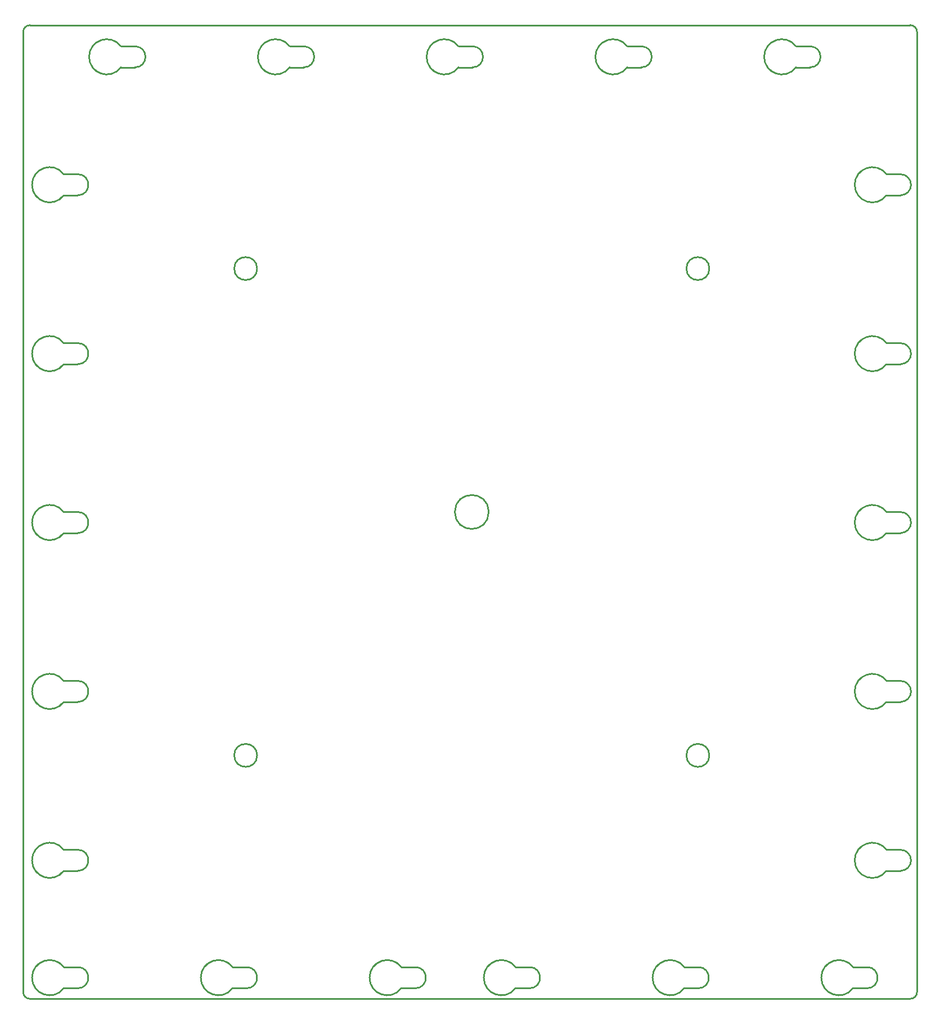
<source format=gbr>
%TF.GenerationSoftware,KiCad,Pcbnew,7.0.9*%
%TF.CreationDate,2024-08-20T18:05:02-06:00*%
%TF.ProjectId,4K_wall_PCB,344b5f77-616c-46c5-9f50-43422e6b6963,rev?*%
%TF.SameCoordinates,Original*%
%TF.FileFunction,Profile,NP*%
%FSLAX46Y46*%
G04 Gerber Fmt 4.6, Leading zero omitted, Abs format (unit mm)*
G04 Created by KiCad (PCBNEW 7.0.9) date 2024-08-20 18:05:02*
%MOMM*%
%LPD*%
G01*
G04 APERTURE LIST*
%TA.AperFunction,Profile*%
%ADD10C,0.250000*%
%TD*%
G04 APERTURE END LIST*
D10*
X132034872Y-24590575D02*
G75*
G03*
X132034872Y-21415625I28J1587475D01*
G01*
X129919268Y-21415608D02*
G75*
G03*
X129919244Y-24590625I-2121868J-1587492D01*
G01*
X132034872Y-49990575D02*
G75*
G03*
X132034872Y-46815625I28J1587475D01*
G01*
X129919268Y-46815608D02*
G75*
G03*
X129919244Y-49990625I-2121868J-1587492D01*
G01*
X132034872Y-75390575D02*
G75*
G03*
X132034872Y-72215625I28J1587475D01*
G01*
X129919268Y-72215608D02*
G75*
G03*
X129919244Y-75390625I-2121868J-1587492D01*
G01*
X132034872Y-100790575D02*
G75*
G03*
X132034872Y-97615625I28J1587475D01*
G01*
X129919268Y-97615608D02*
G75*
G03*
X129919244Y-100790625I-2121868J-1587492D01*
G01*
X129919268Y-123015608D02*
G75*
G03*
X129919244Y-126190625I-2121868J-1587492D01*
G01*
X132034872Y-126190575D02*
G75*
G03*
X132034872Y-123015625I28J1587475D01*
G01*
X127000030Y-143843811D02*
G75*
G03*
X127000030Y-140668789I-30J1587511D01*
G01*
X124884392Y-140668797D02*
G75*
G03*
X124884402Y-143843789I-2121892J-1587503D01*
G01*
X101600030Y-143843811D02*
G75*
G03*
X101600030Y-140668789I-30J1587511D01*
G01*
X99484392Y-140668797D02*
G75*
G03*
X99484402Y-143843789I-2121892J-1587503D01*
G01*
X74084402Y-140668790D02*
G75*
G03*
X74084402Y-143843789I-2121872J-1587500D01*
G01*
X76200030Y-143843811D02*
G75*
G03*
X76200030Y-140668789I-30J1587511D01*
G01*
X116289273Y-2175000D02*
G75*
G03*
X116289273Y-5350000I-2121873J-1587500D01*
G01*
X118404900Y-5350000D02*
G75*
G03*
X118404900Y-2175000I0J1587500D01*
G01*
X90889273Y-2175000D02*
G75*
G03*
X90889273Y-5350000I-2121873J-1587500D01*
G01*
X93004900Y-5350000D02*
G75*
G03*
X93004900Y-2175000I0J1587500D01*
G01*
X14689273Y-2175000D02*
G75*
G03*
X14689273Y-5350000I-2121873J-1587500D01*
G01*
X16804900Y-5350000D02*
G75*
G03*
X16804900Y-2175000I0J1587500D01*
G01*
X40089273Y-2175000D02*
G75*
G03*
X40089273Y-5350000I-2121873J-1587500D01*
G01*
X42204900Y-5350000D02*
G75*
G03*
X42204900Y-2175000I0J1587500D01*
G01*
X6094245Y-123015625D02*
G75*
G03*
X6094245Y-126190625I-2121873J-1587500D01*
G01*
X8209872Y-126190625D02*
G75*
G03*
X8209872Y-123015625I0J1587500D01*
G01*
X6094272Y-140668790D02*
G75*
G03*
X6094272Y-143843789I-2121872J-1587500D01*
G01*
X8209900Y-143843791D02*
G75*
G03*
X8209900Y-140668789I0J1587501D01*
G01*
X31494262Y-140668797D02*
G75*
G03*
X31494272Y-143843789I-2121862J-1587503D01*
G01*
X33609900Y-143843811D02*
G75*
G03*
X33609900Y-140668789I0J1587511D01*
G01*
X56894262Y-140668797D02*
G75*
G03*
X56894272Y-143843789I-2121862J-1587503D01*
G01*
X59009900Y-143843811D02*
G75*
G03*
X59009900Y-140668789I0J1587511D01*
G01*
X8209872Y-100790625D02*
G75*
G03*
X8209872Y-97615625I0J1587500D01*
G01*
X6094245Y-97615625D02*
G75*
G03*
X6094245Y-100790625I-2121873J-1587500D01*
G01*
X8209872Y-75390625D02*
G75*
G03*
X8209872Y-72215625I0J1587500D01*
G01*
X6094245Y-72215625D02*
G75*
G03*
X6094245Y-75390625I-2121873J-1587500D01*
G01*
X8209872Y-49990625D02*
G75*
G03*
X8209872Y-46815625I0J1587500D01*
G01*
X6094245Y-46815625D02*
G75*
G03*
X6094245Y-49990625I-2121873J-1587500D01*
G01*
X8209872Y-24590625D02*
G75*
G03*
X8209872Y-21415625I0J1587500D01*
G01*
X6094245Y-21415625D02*
G75*
G03*
X6094245Y-24590625I-2121873J-1587500D01*
G01*
X67604900Y-5350000D02*
G75*
G03*
X67604900Y-2175000I0J1587500D01*
G01*
X65489273Y-2175000D02*
G75*
G03*
X65489273Y-5350000I-2121873J-1587500D01*
G01*
X133519740Y-145431340D02*
G75*
G03*
X134519740Y-144431289I-40J1000040D01*
G01*
X134519700Y0D02*
G75*
G03*
X133519740Y1000000I-1000000J0D01*
G01*
X1000000Y1000000D02*
G75*
G03*
X0Y0I0J-1000000D01*
G01*
X1Y-144431289D02*
G75*
G03*
X1000000Y-145431289I999999J-1D01*
G01*
X132034872Y-24590625D02*
X129919245Y-24590625D01*
X132034872Y-49990625D02*
X129919245Y-49990625D01*
X132034872Y-75390625D02*
X129919245Y-75390625D01*
X132034872Y-100790625D02*
X129919245Y-100790625D01*
X132034872Y-123015625D02*
X129919245Y-123015625D01*
X127000030Y-143843789D02*
X124884403Y-143843789D01*
X101600030Y-143843789D02*
X99484403Y-143843789D01*
X76200030Y-140668789D02*
X74084403Y-140668789D01*
X118404900Y-2175000D02*
X116289273Y-2175000D01*
X93004900Y-2175000D02*
X90889273Y-2175000D01*
X16804900Y-2175000D02*
X14689273Y-2175000D01*
X42204900Y-2175000D02*
X40089273Y-2175000D01*
X8209872Y-123015625D02*
X6094245Y-123015625D01*
X8209900Y-140668789D02*
X6094273Y-140668789D01*
X33609900Y-140668789D02*
X31494273Y-140668789D01*
X59009900Y-140668789D02*
X56894273Y-140668789D01*
X8209872Y-100790625D02*
X6094245Y-100790625D01*
X8209872Y-75390625D02*
X6094245Y-75390625D01*
X8209872Y-49990625D02*
X6094245Y-49990625D01*
X8209872Y-24590625D02*
X6094245Y-24590625D01*
X1000000Y-145431289D02*
X133519740Y-145431289D01*
X1000000Y1000000D02*
X133519740Y1000000D01*
X67604900Y-2175000D02*
X65489273Y-2175000D01*
X67604900Y-5350000D02*
X65489273Y-5350000D01*
X132034872Y-46815625D02*
X129919245Y-46815625D01*
X132034872Y-72215625D02*
X129919245Y-72215625D01*
X132034872Y-97615625D02*
X129919245Y-97615625D01*
X132034872Y-126190625D02*
X129919245Y-126190625D01*
X127000030Y-140668789D02*
X124884403Y-140668789D01*
X101600030Y-140668789D02*
X99484403Y-140668789D01*
X76200030Y-143843789D02*
X74084403Y-143843789D01*
X118404900Y-5350000D02*
X116289273Y-5350000D01*
X93004900Y-5350000D02*
X90889273Y-5350000D01*
X16804900Y-5350000D02*
X14689273Y-5350000D01*
X42204900Y-5350000D02*
X40089273Y-5350000D01*
X8209872Y-126190625D02*
X6094245Y-126190625D01*
X8209900Y-143843789D02*
X6094273Y-143843789D01*
X33609900Y-143843789D02*
X31494273Y-143843789D01*
X59009900Y-143843789D02*
X56894273Y-143843789D01*
X8209872Y-97615625D02*
X6094245Y-97615625D01*
X8209872Y-72215625D02*
X6094245Y-72215625D01*
X8209872Y-46815625D02*
X6094245Y-46815625D01*
X8209872Y-21415625D02*
X6094245Y-21415625D01*
X0Y0D02*
X0Y-144431289D01*
X132034872Y-21415625D02*
X129919245Y-21415625D01*
X134519740Y0D02*
X134519740Y-144431289D01*
X70062570Y-72215645D02*
G75*
G03*
X70062570Y-72215645I-2552700J0D01*
G01*
X35204935Y-35607822D02*
G75*
G03*
X35204935Y-35607822I-1725000J0D01*
G01*
X35204935Y-108823467D02*
G75*
G03*
X35204935Y-108823467I-1725000J0D01*
G01*
X103264805Y-108823467D02*
G75*
G03*
X103264805Y-108823467I-1725000J0D01*
G01*
X103264805Y-35607822D02*
G75*
G03*
X103264805Y-35607822I-1725000J0D01*
G01*
M02*

</source>
